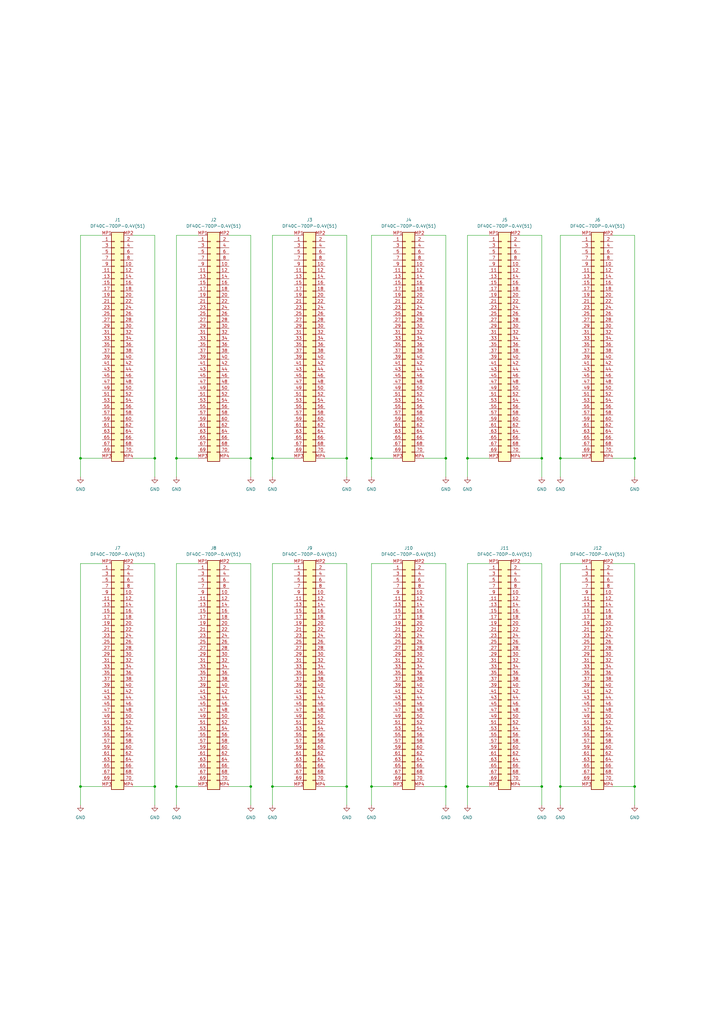
<source format=kicad_sch>
(kicad_sch (version 20230121) (generator eeschema)
  (paper "A3" portrait)
  (title_block (title "EIB-64 Cap") (rev "B") (company "Open Ephys, Inc") (comment 1 "Jonathan Newman"))
  (lib_symbols
    (symbol "jonnew:Conn_02x35_Counter_Clockwise_4Mech" (pin_names hide)
      (property "Reference" "J" (at 0 52.07 0))
      (property "Value" "Conn_02x35_Counter_Clockwise_4Mech" (at 1.27 49.53 0))
      (symbol "Conn_02x35_Counter_Clockwise_4Mech_1_1"
        (rectangle (start -2.54 -41.783) (end -1.27 -42.037) (stroke (width 0.1524)))
        (rectangle (start -2.54 -39.243) (end -1.27 -39.497) (stroke (width 0.1524)))
        (rectangle (start -2.54 -36.703) (end -1.27 -36.957) (stroke (width 0.1524)))
        (rectangle (start -2.54 -34.163) (end -1.27 -34.417) (stroke (width 0.1524)))
        (rectangle (start -2.54 -31.623) (end -1.27 -31.877) (stroke (width 0.1524)))
        (rectangle (start -2.54 -29.083) (end -1.27 -29.337) (stroke (width 0.1524)))
        (rectangle (start -2.54 -26.543) (end -1.27 -26.797) (stroke (width 0.1524)))
        (rectangle (start -2.54 -24.003) (end -1.27 -24.257) (stroke (width 0.1524)))
        (rectangle (start -2.54 -21.463) (end -1.27 -21.717) (stroke (width 0.1524)))
        (rectangle (start -2.54 -18.923) (end -1.27 -19.177) (stroke (width 0.1524)))
        (rectangle (start -2.54 -16.383) (end -1.27 -16.637) (stroke (width 0.1524)))
        (rectangle (start -2.54 -13.843) (end -1.27 -14.097) (stroke (width 0.1524)))
        (rectangle (start -2.54 -11.303) (end -1.27 -11.557) (stroke (width 0.1524)))
        (rectangle (start -2.54 -8.763) (end -1.27 -9.017) (stroke (width 0.1524)))
        (rectangle (start -2.54 -6.223) (end -1.27 -6.477) (stroke (width 0.1524)))
        (rectangle (start -2.54 -3.683) (end -1.27 -3.937) (stroke (width 0.1524)))
        (rectangle (start -2.54 -1.143) (end -1.27 -1.397) (stroke (width 0.1524)))
        (rectangle (start -2.54 1.397) (end -1.27 1.143) (stroke (width 0.1524)))
        (rectangle (start -2.54 3.937) (end -1.27 3.683) (stroke (width 0.1524)))
        (rectangle (start -2.54 6.477) (end -1.27 6.223) (stroke (width 0.1524)))
        (rectangle (start -2.54 9.017) (end -1.27 8.763) (stroke (width 0.1524)))
        (rectangle (start -2.54 11.557) (end -1.27 11.303) (stroke (width 0.1524)))
        (rectangle (start -2.54 14.097) (end -1.27 13.843) (stroke (width 0.1524)))
        (rectangle (start -2.54 16.637) (end -1.27 16.383) (stroke (width 0.1524)))
        (rectangle (start -2.54 19.177) (end -1.27 18.923) (stroke (width 0.1524)))
        (rectangle (start -2.54 21.717) (end -1.27 21.463) (stroke (width 0.1524)))
        (rectangle (start -2.54 24.257) (end -1.27 24.003) (stroke (width 0.1524)))
        (rectangle (start -2.54 26.797) (end -1.27 26.543) (stroke (width 0.1524)))
        (rectangle (start -2.54 29.337) (end -1.27 29.083) (stroke (width 0.1524)))
        (rectangle (start -2.54 31.877) (end -1.27 31.623) (stroke (width 0.1524)))
        (rectangle (start -2.54 34.417) (end -1.27 34.163) (stroke (width 0.1524)))
        (rectangle (start -2.54 36.957) (end -1.27 36.703) (stroke (width 0.1524)))
        (rectangle (start -2.54 39.497) (end -1.27 39.243) (stroke (width 0.1524)))
        (rectangle (start -2.54 42.037) (end -1.27 41.783) (stroke (width 0.1524)))
        (rectangle (start -2.54 44.577) (end -1.27 44.323) (stroke (width 0.1524)))
        (rectangle (start -2.54 48.26) (end 2.54 -45.72) (stroke (width 0.254)) (fill (type background)))
        (rectangle (start 2.54 -41.783) (end 1.27 -42.037) (stroke (width 0.1524)))
        (rectangle (start 2.54 -39.243) (end 1.27 -39.497) (stroke (width 0.1524)))
        (rectangle (start 2.54 -36.703) (end 1.27 -36.957) (stroke (width 0.1524)))
        (rectangle (start 2.54 -34.163) (end 1.27 -34.417) (stroke (width 0.1524)))
        (rectangle (start 2.54 -31.623) (end 1.27 -31.877) (stroke (width 0.1524)))
        (rectangle (start 2.54 -29.083) (end 1.27 -29.337) (stroke (width 0.1524)))
        (rectangle (start 2.54 -26.543) (end 1.27 -26.797) (stroke (width 0.1524)))
        (rectangle (start 2.54 -24.003) (end 1.27 -24.257) (stroke (width 0.1524)))
        (rectangle (start 2.54 -21.463) (end 1.27 -21.717) (stroke (width 0.1524)))
        (rectangle (start 2.54 -18.923) (end 1.27 -19.177) (stroke (width 0.1524)))
        (rectangle (start 2.54 -16.383) (end 1.27 -16.637) (stroke (width 0.1524)))
        (rectangle (start 2.54 -13.843) (end 1.27 -14.097) (stroke (width 0.1524)))
        (rectangle (start 2.54 -11.303) (end 1.27 -11.557) (stroke (width 0.1524)))
        (rectangle (start 2.54 -8.763) (end 1.27 -9.017) (stroke (width 0.1524)))
        (rectangle (start 2.54 -6.223) (end 1.27 -6.477) (stroke (width 0.1524)))
        (rectangle (start 2.54 -3.683) (end 1.27 -3.937) (stroke (width 0.1524)))
        (rectangle (start 2.54 -1.143) (end 1.27 -1.397) (stroke (width 0.1524)))
        (rectangle (start 2.54 1.397) (end 1.27 1.143) (stroke (width 0.1524)))
        (rectangle (start 2.54 3.937) (end 1.27 3.683) (stroke (width 0.1524)))
        (rectangle (start 2.54 6.477) (end 1.27 6.223) (stroke (width 0.1524)))
        (rectangle (start 2.54 9.017) (end 1.27 8.763) (stroke (width 0.1524)))
        (rectangle (start 2.54 11.557) (end 1.27 11.303) (stroke (width 0.1524)))
        (rectangle (start 2.54 14.097) (end 1.27 13.843) (stroke (width 0.1524)))
        (rectangle (start 2.54 16.637) (end 1.27 16.383) (stroke (width 0.1524)))
        (rectangle (start 2.54 19.177) (end 1.27 18.923) (stroke (width 0.1524)))
        (rectangle (start 2.54 21.717) (end 1.27 21.463) (stroke (width 0.1524)))
        (rectangle (start 2.54 24.257) (end 1.27 24.003) (stroke (width 0.1524)))
        (rectangle (start 2.54 26.797) (end 1.27 26.543) (stroke (width 0.1524)))
        (rectangle (start 2.54 29.337) (end 1.27 29.083) (stroke (width 0.1524)))
        (rectangle (start 2.54 31.877) (end 1.27 31.623) (stroke (width 0.1524)))
        (rectangle (start 2.54 34.417) (end 1.27 34.163) (stroke (width 0.1524)))
        (rectangle (start 2.54 36.957) (end 1.27 36.703) (stroke (width 0.1524)))
        (rectangle (start 2.54 39.497) (end 1.27 39.243) (stroke (width 0.1524)))
        (rectangle (start 2.54 42.037) (end 1.27 41.783) (stroke (width 0.1524)))
        (rectangle (start 2.54 44.577) (end 1.27 44.323) (stroke (width 0.1524)))
        (pin passive line (at -6.35 44.45 0) (length 3.81) (name "Pin_1") (number "1"))
        (pin passive line (at 6.35 34.29 180) (length 3.81) (name "Pin_10") (number "10"))
        (pin passive line (at -6.35 31.75 0) (length 3.81) (name "Pin_11") (number "11"))
        (pin passive line (at 6.35 31.75 180) (length 3.81) (name "Pin_12") (number "12"))
        (pin passive line (at -6.35 29.21 0) (length 3.81) (name "Pin_13") (number "13"))
        (pin passive line (at 6.35 29.21 180) (length 3.81) (name "Pin_14") (number "14"))
        (pin passive line (at -6.35 26.67 0) (length 3.81) (name "Pin_15") (number "15"))
        (pin passive line (at 6.35 26.67 180) (length 3.81) (name "Pin_16") (number "16"))
        (pin passive line (at -6.35 24.13 0) (length 3.81) (name "Pin_17") (number "17"))
        (pin passive line (at 6.35 24.13 180) (length 3.81) (name "Pin_18") (number "18"))
        (pin passive line (at -6.35 21.59 0) (length 3.81) (name "Pin_19") (number "19"))
        (pin passive line (at 6.35 44.45 180) (length 3.81) (name "Pin_2") (number "2"))
        (pin passive line (at 6.35 21.59 180) (length 3.81) (name "Pin_20") (number "20"))
        (pin passive line (at -6.35 19.05 0) (length 3.81) (name "Pin_21") (number "21"))
        (pin passive line (at 6.35 19.05 180) (length 3.81) (name "Pin_22") (number "22"))
        (pin passive line (at -6.35 16.51 0) (length 3.81) (name "Pin_23") (number "23"))
        (pin passive line (at 6.35 16.51 180) (length 3.81) (name "Pin_24") (number "24"))
        (pin passive line (at -6.35 13.97 0) (length 3.81) (name "Pin_25") (number "25"))
        (pin passive line (at 6.35 13.97 180) (length 3.81) (name "Pin_26") (number "26"))
        (pin passive line (at -6.35 11.43 0) (length 3.81) (name "Pin_27") (number "27"))
        (pin passive line (at 6.35 11.43 180) (length 3.81) (name "Pin_28") (number "28"))
        (pin passive line (at -6.35 8.89 0) (length 3.81) (name "Pin_29") (number "29"))
        (pin passive line (at -6.35 41.91 0) (length 3.81) (name "Pin_3") (number "3"))
        (pin passive line (at 6.35 8.89 180) (length 3.81) (name "Pin_30") (number "30"))
        (pin passive line (at -6.35 6.35 0) (length 3.81) (name "Pin_31") (number "31"))
        (pin passive line (at 6.35 6.35 180) (length 3.81) (name "Pin_32") (number "32"))
        (pin passive line (at -6.35 3.81 0) (length 3.81) (name "Pin_33") (number "33"))
        (pin passive line (at 6.35 3.81 180) (length 3.81) (name "Pin_34") (number "34"))
        (pin passive line (at -6.35 1.27 0) (length 3.81) (name "Pin_35") (number "35"))
        (pin passive line (at 6.35 1.27 180) (length 3.81) (name "Pin_36") (number "36"))
        (pin passive line (at -6.35 -1.27 0) (length 3.81) (name "Pin_37") (number "37"))
        (pin passive line (at 6.35 -1.27 180) (length 3.81) (name "Pin_38") (number "38"))
        (pin passive line (at -6.35 -3.81 0) (length 3.81) (name "Pin_39") (number "39"))
        (pin passive line (at 6.35 41.91 180) (length 3.81) (name "Pin_4") (number "4"))
        (pin passive line (at 6.35 -3.81 180) (length 3.81) (name "Pin_40") (number "40"))
        (pin passive line (at -6.35 -6.35 0) (length 3.81) (name "Pin_41") (number "41"))
        (pin passive line (at 6.35 -6.35 180) (length 3.81) (name "Pin_42") (number "42"))
        (pin passive line (at -6.35 -8.89 0) (length 3.81) (name "Pin_43") (number "43"))
        (pin passive line (at 6.35 -8.89 180) (length 3.81) (name "Pin_44") (number "44"))
        (pin passive line (at -6.35 -11.43 0) (length 3.81) (name "Pin_45") (number "45"))
        (pin passive line (at 6.35 -11.43 180) (length 3.81) (name "Pin_46") (number "46"))
        (pin passive line (at -6.35 -13.97 0) (length 3.81) (name "Pin_47") (number "47"))
        (pin passive line (at 6.35 -13.97 180) (length 3.81) (name "Pin_48") (number "48"))
        (pin passive line (at -6.35 -16.51 0) (length 3.81) (name "Pin_49") (number "49"))
        (pin passive line (at -6.35 39.37 0) (length 3.81) (name "Pin_5") (number "5"))
        (pin passive line (at 6.35 -16.51 180) (length 3.81) (name "Pin_50") (number "50"))
        (pin passive line (at -6.35 -19.05 0) (length 3.81) (name "Pin_51") (number "51"))
        (pin passive line (at 6.35 -19.05 180) (length 3.81) (name "Pin_52") (number "52"))
        (pin passive line (at -6.35 -21.59 0) (length 3.81) (name "Pin_53") (number "53"))
        (pin passive line (at 6.35 -21.59 180) (length 3.81) (name "Pin_54") (number "54"))
        (pin passive line (at -6.35 -24.13 0) (length 3.81) (name "Pin_55") (number "55"))
        (pin passive line (at 6.35 -24.13 180) (length 3.81) (name "Pin_56") (number "56"))
        (pin passive line (at -6.35 -26.67 0) (length 3.81) (name "Pin_57") (number "57"))
        (pin passive line (at 6.35 -26.67 180) (length 3.81) (name "Pin_58") (number "58"))
        (pin passive line (at -6.35 -29.21 0) (length 3.81) (name "Pin_59") (number "59"))
        (pin passive line (at 6.35 39.37 180) (length 3.81) (name "Pin_6") (number "6"))
        (pin passive line (at 6.35 -29.21 180) (length 3.81) (name "Pin_60") (number "60"))
        (pin passive line (at -6.35 -31.75 0) (length 3.81) (name "Pin_61") (number "61"))
        (pin passive line (at 6.35 -31.75 180) (length 3.81) (name "Pin_62") (number "62"))
        (pin passive line (at -6.35 -34.29 0) (length 3.81) (name "Pin_63") (number "63"))
        (pin passive line (at 6.35 -34.29 180) (length 3.81) (name "Pin_64") (number "64"))
        (pin passive line (at -6.35 -36.83 0) (length 3.81) (name "Pin_65") (number "65"))
        (pin passive line (at 6.35 -36.83 180) (length 3.81) (name "Pin_66") (number "66"))
        (pin passive line (at -6.35 -39.37 0) (length 3.81) (name "Pin_67") (number "67"))
        (pin passive line (at 6.35 -39.37 180) (length 3.81) (name "Pin_68") (number "68"))
        (pin passive line (at -6.35 -41.91 0) (length 3.81) (name "Pin_69") (number "69"))
        (pin passive line (at -6.35 36.83 0) (length 3.81) (name "Pin_7") (number "7"))
        (pin passive line (at 6.35 -41.91 180) (length 3.81) (name "Pin_70") (number "70"))
        (pin passive line (at 6.35 36.83 180) (length 3.81) (name "Pin_8") (number "8"))
        (pin passive line (at -6.35 34.29 0) (length 3.81) (name "Pin_9") (number "9"))
        (pin passive line (at -6.35 46.99 0) (length 3.81) (name "MountPin1") (number "MP1"))
        (pin passive line (at 6.35 46.99 180) (length 3.81) (name "MountPin2") (number "MP2"))
        (pin passive line (at -6.35 -44.45 0) (length 3.81) (name "MountPin3") (number "MP3"))
        (pin passive line (at 6.35 -44.45 180) (length 3.81) (name "MountPin4") (number "MP4"))
      )
    )
    (symbol "power:GND" (power) (pin_names (offset 0))
      (property "Value" "GND" (at 0 -3.81 0))
      (symbol "GND_0_1"
        (polyline (pts (xy 0 0) (xy 0 -1.27) (xy 1.27 -1.27) (xy 0 -2.54) (xy -1.27 -1.27) (xy 0 -1.27)))
      )
      (symbol "GND_1_1"
        (pin power_in line (at 0 0 270) (length 0) hide (name "GND") (number "1"))
      )
    )
  )
  (junction (at 142.24 187.96))
  (junction (at 229.87 187.96))
  (junction (at 102.87 187.96))
  (junction (at 260.35 187.96))
  (junction (at 191.77 187.96))
  (junction (at 63.5 322.58))
  (junction (at 260.35 322.58))
  (junction (at 222.25 187.96))
  (junction (at 111.76 187.96))
  (junction (at 33.02 187.96))
  (junction (at 152.4 322.58))
  (junction (at 182.88 322.58))
  (junction (at 72.39 322.58))
  (junction (at 111.76 322.58))
  (junction (at 142.24 322.58))
  (junction (at 152.4 187.96))
  (junction (at 182.88 187.96))
  (junction (at 191.77 322.58))
  (junction (at 72.39 187.96))
  (junction (at 102.87 322.58))
  (junction (at 222.25 322.58))
  (junction (at 229.87 322.58))
  (junction (at 63.5 187.96))
  (junction (at 33.02 322.58))
  (wire (pts (xy 72.39 322.58) (xy 72.39 330.2)))
  (wire (pts (xy 213.36 96.52) (xy 222.25 96.52)))
  (wire (pts (xy 251.46 322.58) (xy 260.35 322.58)))
  (wire (pts (xy 133.35 322.58) (xy 142.24 322.58)))
  (wire (pts (xy 222.25 231.14) (xy 222.25 322.58)))
  (wire (pts (xy 72.39 187.96) (xy 72.39 195.58)))
  (wire (pts (xy 111.76 322.58) (xy 111.76 330.2)))
  (wire (pts (xy 182.88 322.58) (xy 182.88 330.2)))
  (wire (pts (xy 93.98 187.96) (xy 102.87 187.96)))
  (wire (pts (xy 41.91 96.52) (xy 33.02 96.52)))
  (wire (pts (xy 33.02 187.96) (xy 33.02 195.58)))
  (wire (pts (xy 173.99 231.14) (xy 182.88 231.14)))
  (wire (pts (xy 120.65 231.14) (xy 111.76 231.14)))
  (wire (pts (xy 72.39 231.14) (xy 72.39 322.58)))
  (wire (pts (xy 238.76 231.14) (xy 229.87 231.14)))
  (wire (pts (xy 142.24 187.96) (xy 142.24 195.58)))
  (wire (pts (xy 213.36 231.14) (xy 222.25 231.14)))
  (wire (pts (xy 213.36 322.58) (xy 222.25 322.58)))
  (wire (pts (xy 182.88 187.96) (xy 182.88 195.58)))
  (wire (pts (xy 260.35 187.96) (xy 260.35 195.58)))
  (wire (pts (xy 229.87 187.96) (xy 229.87 195.58)))
  (wire (pts (xy 161.29 96.52) (xy 152.4 96.52)))
  (wire (pts (xy 152.4 322.58) (xy 152.4 330.2)))
  (wire (pts (xy 152.4 96.52) (xy 152.4 187.96)))
  (wire (pts (xy 229.87 96.52) (xy 229.87 187.96)))
  (wire (pts (xy 72.39 322.58) (xy 81.28 322.58)))
  (wire (pts (xy 191.77 231.14) (xy 191.77 322.58)))
  (wire (pts (xy 72.39 187.96) (xy 81.28 187.96)))
  (wire (pts (xy 229.87 187.96) (xy 238.76 187.96)))
  (wire (pts (xy 222.25 322.58) (xy 222.25 330.2)))
  (wire (pts (xy 63.5 322.58) (xy 63.5 330.2)))
  (wire (pts (xy 251.46 96.52) (xy 260.35 96.52)))
  (wire (pts (xy 93.98 231.14) (xy 102.87 231.14)))
  (wire (pts (xy 133.35 187.96) (xy 142.24 187.96)))
  (wire (pts (xy 102.87 187.96) (xy 102.87 195.58)))
  (wire (pts (xy 133.35 96.52) (xy 142.24 96.52)))
  (wire (pts (xy 152.4 231.14) (xy 152.4 322.58)))
  (wire (pts (xy 33.02 187.96) (xy 41.91 187.96)))
  (wire (pts (xy 102.87 322.58) (xy 102.87 330.2)))
  (wire (pts (xy 63.5 96.52) (xy 63.5 187.96)))
  (wire (pts (xy 173.99 322.58) (xy 182.88 322.58)))
  (wire (pts (xy 111.76 96.52) (xy 111.76 187.96)))
  (wire (pts (xy 54.61 322.58) (xy 63.5 322.58)))
  (wire (pts (xy 200.66 96.52) (xy 191.77 96.52)))
  (wire (pts (xy 142.24 231.14) (xy 142.24 322.58)))
  (wire (pts (xy 41.91 231.14) (xy 33.02 231.14)))
  (wire (pts (xy 182.88 231.14) (xy 182.88 322.58)))
  (wire (pts (xy 229.87 322.58) (xy 238.76 322.58)))
  (wire (pts (xy 182.88 96.52) (xy 182.88 187.96)))
  (wire (pts (xy 152.4 322.58) (xy 161.29 322.58)))
  (wire (pts (xy 173.99 96.52) (xy 182.88 96.52)))
  (wire (pts (xy 152.4 187.96) (xy 152.4 195.58)))
  (wire (pts (xy 191.77 322.58) (xy 200.66 322.58)))
  (wire (pts (xy 93.98 96.52) (xy 102.87 96.52)))
  (wire (pts (xy 63.5 231.14) (xy 63.5 322.58)))
  (wire (pts (xy 111.76 231.14) (xy 111.76 322.58)))
  (wire (pts (xy 111.76 322.58) (xy 120.65 322.58)))
  (wire (pts (xy 222.25 187.96) (xy 222.25 195.58)))
  (wire (pts (xy 81.28 231.14) (xy 72.39 231.14)))
  (wire (pts (xy 161.29 231.14) (xy 152.4 231.14)))
  (wire (pts (xy 33.02 322.58) (xy 33.02 330.2)))
  (wire (pts (xy 173.99 187.96) (xy 182.88 187.96)))
  (wire (pts (xy 133.35 231.14) (xy 142.24 231.14)))
  (wire (pts (xy 191.77 187.96) (xy 191.77 195.58)))
  (wire (pts (xy 191.77 187.96) (xy 200.66 187.96)))
  (wire (pts (xy 33.02 231.14) (xy 33.02 322.58)))
  (wire (pts (xy 33.02 96.52) (xy 33.02 187.96)))
  (wire (pts (xy 72.39 96.52) (xy 72.39 187.96)))
  (wire (pts (xy 33.02 322.58) (xy 41.91 322.58)))
  (wire (pts (xy 260.35 322.58) (xy 260.35 330.2)))
  (wire (pts (xy 152.4 187.96) (xy 161.29 187.96)))
  (wire (pts (xy 54.61 187.96) (xy 63.5 187.96)))
  (wire (pts (xy 102.87 231.14) (xy 102.87 322.58)))
  (wire (pts (xy 229.87 322.58) (xy 229.87 330.2)))
  (wire (pts (xy 102.87 96.52) (xy 102.87 187.96)))
  (wire (pts (xy 213.36 187.96) (xy 222.25 187.96)))
  (wire (pts (xy 63.5 187.96) (xy 63.5 195.58)))
  (wire (pts (xy 222.25 96.52) (xy 222.25 187.96)))
  (wire (pts (xy 251.46 231.14) (xy 260.35 231.14)))
  (wire (pts (xy 111.76 187.96) (xy 111.76 195.58)))
  (wire (pts (xy 260.35 231.14) (xy 260.35 322.58)))
  (wire (pts (xy 200.66 231.14) (xy 191.77 231.14)))
  (wire (pts (xy 251.46 187.96) (xy 260.35 187.96)))
  (wire (pts (xy 93.98 322.58) (xy 102.87 322.58)))
  (wire (pts (xy 142.24 322.58) (xy 142.24 330.2)))
  (wire (pts (xy 81.28 96.52) (xy 72.39 96.52)))
  (wire (pts (xy 120.65 96.52) (xy 111.76 96.52)))
  (wire (pts (xy 260.35 96.52) (xy 260.35 187.96)))
  (wire (pts (xy 238.76 96.52) (xy 229.87 96.52)))
  (wire (pts (xy 111.76 187.96) (xy 120.65 187.96)))
  (wire (pts (xy 54.61 96.52) (xy 63.5 96.52)))
  (wire (pts (xy 191.77 322.58) (xy 191.77 330.2)))
  (wire (pts (xy 229.87 231.14) (xy 229.87 322.58)))
  (wire (pts (xy 142.24 96.52) (xy 142.24 187.96)))
  (wire (pts (xy 54.61 231.14) (xy 63.5 231.14)))
  (wire (pts (xy 191.77 96.52) (xy 191.77 187.96)))
  (symbol (lib_id "power:GND") (at 152.4 330.2 0) (unit 1)
    (property "Reference" "#PWR019" (effects hide))
    (property "Value" "GND" (at 152.4 335.28 0))
  )
  (symbol (lib_id "power:GND") (at 111.76 330.2 0) (unit 1)
    (property "Reference" "#PWR017" (effects hide))
    (property "Value" "GND" (at 111.76 335.28 0))
  )
  (symbol (lib_id "power:GND") (at 222.25 330.2 0) (unit 1)
    (property "Reference" "#PWR022" (effects hide))
    (property "Value" "GND" (at 222.25 335.28 0))
  )
  (symbol (lib_id "jonnew:Conn_02x35_Counter_Clockwise_4Mech") (at 87.63 143.51 0) (unit 1)
    (property "Reference" "J2" (at 87.63 90.17 0))
    (property "Value" "DF40C-70DP-0.4V(51)" (at 87.63 92.71 0))
    (property "Footprint" "jonnew:HIROSE_DF40C70DP04V51" (effects hide))
  )
  (symbol (lib_id "power:GND") (at 33.02 330.2 0) (unit 1)
    (property "Reference" "#PWR013" (effects hide))
    (property "Value" "GND" (at 33.02 335.28 0))
  )
  (symbol (lib_id "power:GND") (at 33.02 195.58 0) (unit 1)
    (property "Reference" "#PWR01" (effects hide))
    (property "Value" "GND" (at 33.02 200.66 0))
  )
  (symbol (lib_id "power:GND") (at 229.87 195.58 0) (unit 1)
    (property "Reference" "#PWR011" (effects hide))
    (property "Value" "GND" (at 229.87 200.66 0))
  )
  (symbol (lib_id "power:GND") (at 142.24 195.58 0) (unit 1)
    (property "Reference" "#PWR06" (effects hide))
    (property "Value" "GND" (at 142.24 200.66 0))
  )
  (symbol (lib_id "power:GND") (at 102.87 195.58 0) (unit 1)
    (property "Reference" "#PWR04" (effects hide))
    (property "Value" "GND" (at 102.87 200.66 0))
  )
  (symbol (lib_id "power:GND") (at 72.39 195.58 0) (unit 1)
    (property "Reference" "#PWR03" (effects hide))
    (property "Value" "GND" (at 72.39 200.66 0))
  )
  (symbol (lib_id "jonnew:Conn_02x35_Counter_Clockwise_4Mech") (at 167.64 143.51 0) (unit 1)
    (property "Reference" "J4" (at 167.64 90.17 0))
    (property "Value" "DF40C-70DP-0.4V(51)" (at 167.64 92.71 0))
    (property "Footprint" "jonnew:HIROSE_DF40C70DP04V51" (effects hide))
  )
  (symbol (lib_id "power:GND") (at 191.77 195.58 0) (unit 1)
    (property "Reference" "#PWR09" (effects hide))
    (property "Value" "GND" (at 191.77 200.66 0))
  )
  (symbol (lib_id "jonnew:Conn_02x35_Counter_Clockwise_4Mech") (at 207.01 143.51 0) (unit 1)
    (property "Reference" "J5" (at 207.01 90.17 0))
    (property "Value" "DF40C-70DP-0.4V(51)" (at 207.01 92.71 0))
    (property "Footprint" "jonnew:HIROSE_DF40C70DP04V51" (effects hide))
  )
  (symbol (lib_id "jonnew:Conn_02x35_Counter_Clockwise_4Mech") (at 167.64 278.13 0) (unit 1)
    (property "Reference" "J10" (at 167.64 224.79 0))
    (property "Value" "DF40C-70DP-0.4V(51)" (at 167.64 227.33 0))
    (property "Footprint" "jonnew:HIROSE_DF40C70DP04V51" (effects hide))
  )
  (symbol (lib_id "jonnew:Conn_02x35_Counter_Clockwise_4Mech") (at 48.26 278.13 0) (unit 1)
    (property "Reference" "J7" (at 48.26 224.79 0))
    (property "Value" "DF40C-70DP-0.4V(51)" (at 48.26 227.33 0))
    (property "Footprint" "jonnew:HIROSE_DF40C70DP04V51" (effects hide))
  )
  (symbol (lib_id "power:GND") (at 152.4 195.58 0) (unit 1)
    (property "Reference" "#PWR07" (effects hide))
    (property "Value" "GND" (at 152.4 200.66 0))
  )
  (symbol (lib_id "jonnew:Conn_02x35_Counter_Clockwise_4Mech") (at 207.01 278.13 0) (unit 1)
    (property "Reference" "J11" (at 207.01 224.79 0))
    (property "Value" "DF40C-70DP-0.4V(51)" (at 207.01 227.33 0))
    (property "Footprint" "jonnew:HIROSE_DF40C70DP04V51" (effects hide))
  )
  (symbol (lib_id "power:GND") (at 102.87 330.2 0) (unit 1)
    (property "Reference" "#PWR016" (effects hide))
    (property "Value" "GND" (at 102.87 335.28 0))
  )
  (symbol (lib_id "power:GND") (at 260.35 330.2 0) (unit 1)
    (property "Reference" "#PWR024" (effects hide))
    (property "Value" "GND" (at 260.35 335.28 0))
  )
  (symbol (lib_id "power:GND") (at 142.24 330.2 0) (unit 1)
    (property "Reference" "#PWR018" (effects hide))
    (property "Value" "GND" (at 142.24 335.28 0))
  )
  (symbol (lib_id "jonnew:Conn_02x35_Counter_Clockwise_4Mech") (at 245.11 278.13 0) (unit 1)
    (property "Reference" "J12" (at 245.11 224.79 0))
    (property "Value" "DF40C-70DP-0.4V(51)" (at 245.11 227.33 0))
    (property "Footprint" "jonnew:HIROSE_DF40C70DP04V51" (effects hide))
  )
  (symbol (lib_id "power:GND") (at 72.39 330.2 0) (unit 1)
    (property "Reference" "#PWR015" (effects hide))
    (property "Value" "GND" (at 72.39 335.28 0))
  )
  (symbol (lib_id "power:GND") (at 63.5 330.2 0) (unit 1)
    (property "Reference" "#PWR014" (effects hide))
    (property "Value" "GND" (at 63.5 335.28 0))
  )
  (symbol (lib_id "jonnew:Conn_02x35_Counter_Clockwise_4Mech") (at 127 278.13 0) (unit 1)
    (property "Reference" "J9" (at 127 224.79 0))
    (property "Value" "DF40C-70DP-0.4V(51)" (at 127 227.33 0))
    (property "Footprint" "jonnew:HIROSE_DF40C70DP04V51" (effects hide))
  )
  (symbol (lib_id "jonnew:Conn_02x35_Counter_Clockwise_4Mech") (at 127 143.51 0) (unit 1)
    (property "Reference" "J3" (at 127 90.17 0))
    (property "Value" "DF40C-70DP-0.4V(51)" (at 127 92.71 0))
    (property "Footprint" "jonnew:HIROSE_DF40C70DP04V51" (effects hide))
  )
  (symbol (lib_id "power:GND") (at 63.5 195.58 0) (unit 1)
    (property "Reference" "#PWR02" (effects hide))
    (property "Value" "GND" (at 63.5 200.66 0))
  )
  (symbol (lib_id "power:GND") (at 222.25 195.58 0) (unit 1)
    (property "Reference" "#PWR010" (effects hide))
    (property "Value" "GND" (at 222.25 200.66 0))
  )
  (symbol (lib_id "power:GND") (at 182.88 330.2 0) (unit 1)
    (property "Reference" "#PWR020" (effects hide))
    (property "Value" "GND" (at 182.88 335.28 0))
  )
  (symbol (lib_id "jonnew:Conn_02x35_Counter_Clockwise_4Mech") (at 245.11 143.51 0) (unit 1)
    (property "Reference" "J6" (at 245.11 90.17 0))
    (property "Value" "DF40C-70DP-0.4V(51)" (at 245.11 92.71 0))
    (property "Footprint" "jonnew:HIROSE_DF40C70DP04V51" (effects hide))
  )
  (symbol (lib_id "power:GND") (at 229.87 330.2 0) (unit 1)
    (property "Reference" "#PWR023" (effects hide))
    (property "Value" "GND" (at 229.87 335.28 0))
  )
  (symbol (lib_id "power:GND") (at 111.76 195.58 0) (unit 1)
    (property "Reference" "#PWR05" (effects hide))
    (property "Value" "GND" (at 111.76 200.66 0))
  )
  (symbol (lib_id "jonnew:Conn_02x35_Counter_Clockwise_4Mech") (at 87.63 278.13 0) (unit 1)
    (property "Reference" "J8" (at 87.63 224.79 0))
    (property "Value" "DF40C-70DP-0.4V(51)" (at 87.63 227.33 0))
    (property "Footprint" "jonnew:HIROSE_DF40C70DP04V51" (effects hide))
  )
  (symbol (lib_id "power:GND") (at 182.88 195.58 0) (unit 1)
    (property "Reference" "#PWR08" (effects hide))
    (property "Value" "GND" (at 182.88 200.66 0))
  )
  (symbol (lib_id "power:GND") (at 191.77 330.2 0) (unit 1)
    (property "Reference" "#PWR021" (effects hide))
    (property "Value" "GND" (at 191.77 335.28 0))
  )
  (symbol (lib_id "jonnew:Conn_02x35_Counter_Clockwise_4Mech") (at 48.26 143.51 0) (unit 1)
    (property "Reference" "J1" (at 48.26 90.17 0))
    (property "Value" "DF40C-70DP-0.4V(51)" (at 48.26 92.71 0))
    (property "Footprint" "jonnew:HIROSE_DF40C70DP04V51" (effects hide))
  )
  (symbol (lib_id "power:GND") (at 260.35 195.58 0) (unit 1)
    (property "Reference" "#PWR012" (effects hide))
    (property "Value" "GND" (at 260.35 200.66 0))
  )
)
</source>
